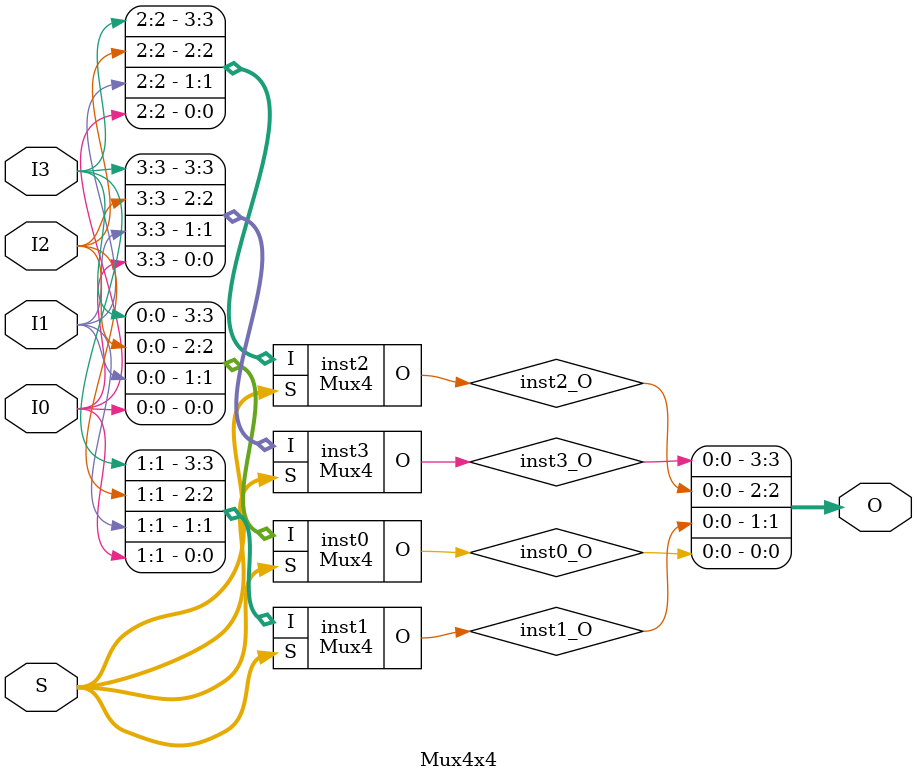
<source format=v>
module Mux4 (input [3:0] I, input [1:0] S, output  O);
wire  inst0_O;
LUT6 #(.INIT(64'hFF00F0F0CCCCAAAA)) inst0 (.I0(I[0]), .I1(I[1]), .I2(I[2]), .I3(I[3]), .I4(S[0]), .I5(S[1]), .O(inst0_O));
assign O = inst0_O;
endmodule

module Mux4x4 (input [3:0] I0, input [3:0] I1, input [3:0] I2, input [3:0] I3, input [1:0] S, output [3:0] O);
wire  inst0_O;
wire  inst1_O;
wire  inst2_O;
wire  inst3_O;
Mux4 inst0 (.I({I3[0],I2[0],I1[0],I0[0]}), .S(S), .O(inst0_O));
Mux4 inst1 (.I({I3[1],I2[1],I1[1],I0[1]}), .S(S), .O(inst1_O));
Mux4 inst2 (.I({I3[2],I2[2],I1[2],I0[2]}), .S(S), .O(inst2_O));
Mux4 inst3 (.I({I3[3],I2[3],I1[3],I0[3]}), .S(S), .O(inst3_O));
assign O = {inst3_O,inst2_O,inst1_O,inst0_O};
endmodule


</source>
